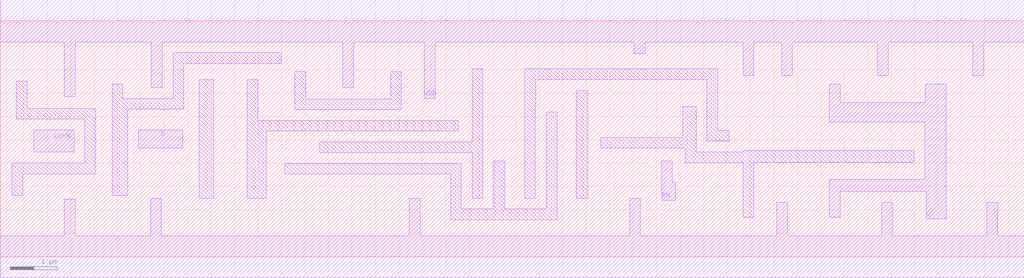
<source format=lef>
# Copyright 2022 GlobalFoundries PDK Authors
#
# Licensed under the Apache License, Version 2.0 (the "License");
# you may not use this file except in compliance with the License.
# You may obtain a copy of the License at
#
#      http://www.apache.org/licenses/LICENSE-2.0
#
# Unless required by applicable law or agreed to in writing, software
# distributed under the License is distributed on an "AS IS" BASIS,
# WITHOUT WARRANTIES OR CONDITIONS OF ANY KIND, either express or implied.
# See the License for the specific language governing permissions and
# limitations under the License.

MACRO gf180mcu_fd_sc_mcu9t5v0__dffnrnq_4
  CLASS core ;
  FOREIGN gf180mcu_fd_sc_mcu9t5v0__dffnrnq_4 0.0 0.0 ;
  ORIGIN 0 0 ;
  SYMMETRY X Y ;
  SITE GF018hv5v_green_sc9 ;
  SIZE 21.84 BY 5.04 ;
  PIN D
    DIRECTION INPUT ;
    ANTENNAGATEAREA 0.92 ;
    PORT
      LAYER METAL1 ;
        POLYGON 2.945 2.33 3.895 2.33 3.895 2.71 2.945 2.71  ;
    END
  END D
  PIN RN
    DIRECTION INPUT ;
    ANTENNAGATEAREA 2.255 ;
    PORT
      LAYER METAL1 ;
        POLYGON 14.105 1.21 14.41 1.21 14.41 1.59 14.335 1.59 14.335 2.05 14.105 2.05  ;
    END
  END RN
  PIN CLKN
    DIRECTION INPUT ;
    USE clock ;
    ANTENNAGATEAREA 1.164 ;
    PORT
      LAYER METAL1 ;
        POLYGON 0.71 2.235 1.575 2.235 1.575 2.71 0.71 2.71  ;
    END
  END CLKN
  PIN Q
    DIRECTION OUTPUT ;
    ANTENNADIFFAREA 3.276 ;
    PORT
      LAYER METAL1 ;
        POLYGON 17.685 2.875 19.485 2.875 19.715 2.875 19.715 1.655 17.685 1.655 17.685 0.845 17.915 0.845 17.915 1.395 19.75 1.395 19.75 0.815 20.175 0.815 20.175 3.685 19.725 3.685 19.725 3.295 19.485 3.295 17.915 3.295 17.915 3.685 17.685 3.685  ;
    END
  END Q
  PIN VDD
    DIRECTION INOUT ;
    USE power ;
    SHAPE ABUTMENT ;
    PORT
      LAYER METAL1 ;
        POLYGON 0 4.59 1.365 4.59 1.365 3.425 1.595 3.425 1.595 4.59 2.035 4.59 3.225 4.59 3.225 3.615 3.455 3.615 3.455 4.59 5.99 4.59 7.305 4.59 7.305 3.615 7.535 3.615 7.535 4.59 8.555 4.59 9.045 4.59 9.045 3.38 9.275 3.38 9.275 4.59 9.77 4.59 10.295 4.59 13.525 4.59 13.525 4.345 13.755 4.345 13.755 4.59 15.55 4.59 15.845 4.59 15.845 3.875 16.075 3.875 16.075 4.59 16.665 4.59 16.665 3.875 16.895 3.875 16.895 4.59 18.705 4.59 18.705 3.875 18.935 3.875 18.935 4.59 19.485 4.59 20.745 4.59 20.745 3.875 20.975 3.875 20.975 4.59 21.84 4.59 21.84 5.49 19.485 5.49 15.55 5.49 10.295 5.49 9.77 5.49 8.555 5.49 5.99 5.49 2.035 5.49 0 5.49  ;
    END
  END VDD
  PIN VSS
    DIRECTION INOUT ;
    USE ground ;
    SHAPE ABUTMENT ;
    PORT
      LAYER METAL1 ;
        POLYGON 0 -0.45 21.84 -0.45 21.84 0.45 21.275 0.45 21.275 1.165 21.045 1.165 21.045 0.45 19.035 0.45 19.035 1.165 18.805 1.165 18.805 0.45 16.795 0.45 16.795 1.165 16.565 1.165 16.565 0.45 13.655 0.45 13.655 1.25 13.425 1.25 13.425 0.45 8.955 0.45 8.955 1.25 8.725 1.25 8.725 0.45 3.435 0.45 3.435 1.25 3.205 1.25 3.205 0.45 1.595 0.45 1.595 1.225 1.365 1.225 1.365 0.45 0 0.45  ;
    END
  END VSS
  OBS
      LAYER METAL1 ;
        POLYGON 0.345 2.94 1.805 2.94 1.805 2.005 0.245 2.005 0.245 1.315 0.475 1.315 0.475 1.775 2.035 1.775 2.035 3.17 0.575 3.17 0.575 3.75 0.345 3.75  ;
        POLYGON 4.245 1.25 4.555 1.25 4.555 3.785 4.245 3.785  ;
        POLYGON 2.385 1.315 2.715 1.315 2.715 3.155 3.915 3.155 3.915 4.13 5.99 4.13 5.99 4.36 3.685 4.36 3.685 3.385 2.615 3.385 2.615 3.685 2.385 3.685  ;
        POLYGON 6.285 3.145 8.555 3.145 8.555 3.955 8.325 3.955 8.325 3.375 6.515 3.375 6.515 3.955 6.285 3.955  ;
        POLYGON 5.265 1.25 5.675 1.25 5.675 2.685 9.77 2.685 9.77 2.915 5.495 2.915 5.495 3.785 5.265 3.785  ;
        POLYGON 6.81 2.225 10.065 2.225 10.065 1.25 10.295 1.25 10.295 4.02 10.065 4.02 10.065 2.455 6.81 2.455  ;
        POLYGON 6.07 1.765 9.605 1.765 9.605 0.79 11.875 0.79 11.875 3.09 11.645 3.09 11.645 1.02 10.755 1.02 10.755 2.05 10.525 2.05 10.525 1.02 9.835 1.02 9.835 1.995 6.07 1.995  ;
        POLYGON 12.285 1.25 12.535 1.25 12.535 3.55 12.285 3.55  ;
        POLYGON 11.185 1.25 11.415 1.25 11.415 3.21 11.42 3.21 11.42 3.79 15.07 3.79 15.07 2.47 15.55 2.47 15.55 2.7 15.3 2.7 15.3 4.02 11.185 4.02  ;
        POLYGON 12.81 2.32 14.61 2.32 14.61 2.01 15.845 2.01 15.845 0.845 16.075 0.845 16.075 2.015 19.485 2.015 19.485 2.275 15.845 2.275 15.845 2.24 14.84 2.24 14.84 3.215 14.555 3.215 14.555 2.55 12.81 2.55  ;
  END
END gf180mcu_fd_sc_mcu9t5v0__dffnrnq_4

</source>
